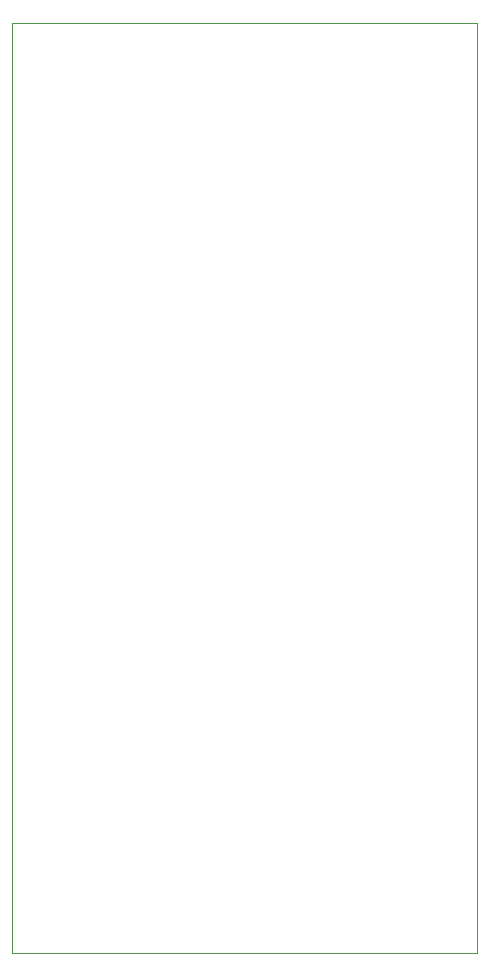
<source format=gbr>
G04 #@! TF.GenerationSoftware,KiCad,Pcbnew,5.1.6-c6e7f7d~86~ubuntu18.04.1*
G04 #@! TF.CreationDate,2020-06-20T09:56:21-04:00*
G04 #@! TF.ProjectId,five_pulser_board,66697665-5f70-4756-9c73-65725f626f61,rev?*
G04 #@! TF.SameCoordinates,Original*
G04 #@! TF.FileFunction,Profile,NP*
%FSLAX46Y46*%
G04 Gerber Fmt 4.6, Leading zero omitted, Abs format (unit mm)*
G04 Created by KiCad (PCBNEW 5.1.6-c6e7f7d~86~ubuntu18.04.1) date 2020-06-20 09:56:21*
%MOMM*%
%LPD*%
G01*
G04 APERTURE LIST*
G04 #@! TA.AperFunction,Profile*
%ADD10C,0.050000*%
G04 #@! TD*
G04 APERTURE END LIST*
D10*
X115570000Y-38100000D02*
X76200000Y-38100000D01*
X115570000Y-116840000D02*
X115570000Y-38100000D01*
X76200000Y-116840000D02*
X115570000Y-116840000D01*
X76200000Y-115570000D02*
X76200000Y-116840000D01*
X76200000Y-38100000D02*
X76200000Y-115570000D01*
M02*

</source>
